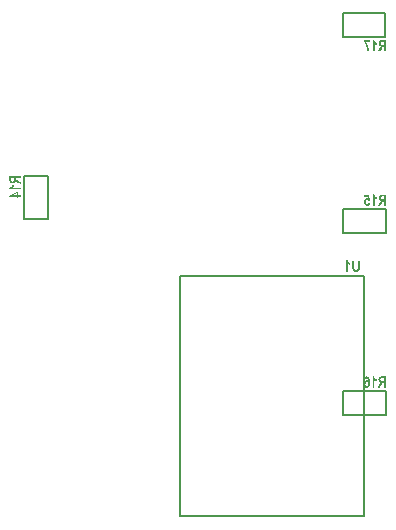
<source format=gbo>
G04*
G04 #@! TF.GenerationSoftware,Altium Limited,Altium Designer,22.7.1 (60)*
G04*
G04 Layer_Color=32896*
%FSLAX43Y43*%
%MOMM*%
G71*
G04*
G04 #@! TF.SameCoordinates,BA50D012-4F98-4CAA-8EAC-1F94F0521628*
G04*
G04*
G04 #@! TF.FilePolarity,Positive*
G04*
G01*
G75*
%ADD10C,0.200*%
%ADD11C,0.150*%
G36*
X47670Y40950D02*
X47684Y40922D01*
X47699Y40896D01*
X47715Y40875D01*
X47729Y40857D01*
X47740Y40843D01*
X47749Y40834D01*
X47750Y40833D01*
X47752Y40831D01*
X47777Y40809D01*
X47801Y40790D01*
X47822Y40775D01*
X47842Y40762D01*
X47859Y40754D01*
X47870Y40747D01*
X47879Y40744D01*
X47880Y40743D01*
X47881D01*
Y40576D01*
X47842Y40595D01*
X47804Y40616D01*
X47771Y40640D01*
X47743Y40662D01*
X47731Y40672D01*
X47719Y40682D01*
X47709Y40692D01*
X47702Y40699D01*
X47695Y40706D01*
X47691Y40710D01*
X47688Y40713D01*
X47687Y40714D01*
Y40025D01*
X47536D01*
Y40981D01*
X47659D01*
X47670Y40950D01*
D02*
G37*
G36*
X48675Y40025D02*
X48517D01*
Y40423D01*
X48466D01*
X48451Y40421D01*
X48437Y40420D01*
X48425Y40417D01*
X48417Y40415D01*
X48411Y40413D01*
X48409Y40411D01*
X48407D01*
X48397Y40407D01*
X48389Y40400D01*
X48375Y40387D01*
X48369Y40382D01*
X48365Y40376D01*
X48362Y40373D01*
X48361Y40372D01*
X48356Y40366D01*
X48351Y40358D01*
X48344Y40349D01*
X48338Y40339D01*
X48324Y40315D01*
X48310Y40291D01*
X48297Y40269D01*
X48292Y40259D01*
X48286Y40251D01*
X48282Y40243D01*
X48279Y40238D01*
X48276Y40234D01*
Y40232D01*
X48163Y40025D01*
X47973D01*
X48069Y40210D01*
X48079Y40229D01*
X48089Y40249D01*
X48098Y40266D01*
X48107Y40282D01*
X48115Y40296D01*
X48122Y40308D01*
X48135Y40329D01*
X48145Y40345D01*
X48153Y40356D01*
X48158Y40363D01*
X48159Y40365D01*
X48172Y40380D01*
X48186Y40396D01*
X48200Y40410D01*
X48213Y40421D01*
X48224Y40431D01*
X48234Y40438D01*
X48239Y40444D01*
X48242Y40445D01*
X48207Y40454D01*
X48177Y40465D01*
X48151Y40479D01*
X48129Y40494D01*
X48113Y40507D01*
X48100Y40518D01*
X48093Y40527D01*
X48090Y40528D01*
Y40530D01*
X48072Y40558D01*
X48058Y40587D01*
X48048Y40617D01*
X48042Y40645D01*
X48038Y40671D01*
X48036Y40682D01*
Y40692D01*
X48035Y40699D01*
Y40706D01*
Y40709D01*
Y40710D01*
X48036Y40743D01*
X48041Y40771D01*
X48046Y40798D01*
X48052Y40820D01*
X48059Y40837D01*
X48065Y40851D01*
X48069Y40860D01*
X48070Y40862D01*
X48084Y40885D01*
X48100Y40903D01*
X48114Y40919D01*
X48128Y40930D01*
X48141Y40940D01*
X48151Y40947D01*
X48158Y40950D01*
X48160Y40951D01*
X48172Y40955D01*
X48184Y40960D01*
X48213Y40967D01*
X48242Y40971D01*
X48272Y40975D01*
X48299Y40977D01*
X48311D01*
X48321Y40978D01*
X48675D01*
Y40025D01*
D02*
G37*
G36*
X47313Y40796D02*
X46973D01*
X47012Y40734D01*
X47044Y40669D01*
X47074Y40609D01*
X47086Y40579D01*
X47098Y40552D01*
X47107Y40525D01*
X47117Y40503D01*
X47124Y40482D01*
X47131Y40463D01*
X47136Y40449D01*
X47140Y40438D01*
X47141Y40432D01*
X47143Y40430D01*
X47164Y40355D01*
X47179Y40282D01*
X47185Y40246D01*
X47191Y40212D01*
X47195Y40181D01*
X47199Y40152D01*
X47202Y40125D01*
X47205Y40100D01*
X47206Y40079D01*
X47208Y40060D01*
Y40045D01*
X47209Y40033D01*
Y40028D01*
Y40025D01*
X47065D01*
X47064Y40074D01*
X47059Y40125D01*
X47054Y40174D01*
X47051Y40197D01*
X47047Y40220D01*
X47044Y40239D01*
X47041Y40258D01*
X47038Y40275D01*
X47036Y40289D01*
X47033Y40300D01*
X47031Y40308D01*
X47030Y40314D01*
Y40315D01*
X47016Y40375D01*
X46999Y40430D01*
X46990Y40456D01*
X46983Y40482D01*
X46975Y40504D01*
X46966Y40525D01*
X46959Y40545D01*
X46952Y40564D01*
X46945Y40579D01*
X46941Y40592D01*
X46935Y40602D01*
X46933Y40610D01*
X46930Y40614D01*
Y40616D01*
X46917Y40641D01*
X46906Y40665D01*
X46893Y40688D01*
X46882Y40709D01*
X46871Y40727D01*
X46861Y40745D01*
X46851Y40761D01*
X46841Y40776D01*
X46833Y40789D01*
X46825Y40800D01*
X46818Y40809D01*
X46813Y40817D01*
X46807Y40823D01*
X46804Y40829D01*
X46802Y40830D01*
Y40831D01*
Y40965D01*
X47313D01*
Y40796D01*
D02*
G37*
G36*
X47645Y12475D02*
X47659Y12447D01*
X47674Y12421D01*
X47690Y12400D01*
X47704Y12382D01*
X47715Y12368D01*
X47724Y12359D01*
X47725Y12358D01*
X47727Y12356D01*
X47752Y12334D01*
X47776Y12315D01*
X47797Y12300D01*
X47817Y12287D01*
X47834Y12279D01*
X47845Y12272D01*
X47854Y12269D01*
X47855Y12268D01*
X47856D01*
Y12101D01*
X47817Y12120D01*
X47779Y12141D01*
X47746Y12165D01*
X47718Y12187D01*
X47706Y12197D01*
X47694Y12207D01*
X47684Y12217D01*
X47677Y12224D01*
X47670Y12231D01*
X47666Y12235D01*
X47663Y12238D01*
X47662Y12239D01*
Y11550D01*
X47511D01*
Y12506D01*
X47634D01*
X47645Y12475D01*
D02*
G37*
G36*
X47026Y12504D02*
X47049Y12502D01*
X47068Y12495D01*
X47088Y12487D01*
X47123Y12469D01*
X47139Y12459D01*
X47153Y12448D01*
X47166Y12437D01*
X47177Y12427D01*
X47187Y12417D01*
X47195Y12409D01*
X47201Y12401D01*
X47205Y12396D01*
X47208Y12392D01*
X47209Y12390D01*
X47223Y12368D01*
X47235Y12341D01*
X47246Y12313D01*
X47254Y12283D01*
X47268Y12221D01*
X47278Y12159D01*
X47281Y12129D01*
X47284Y12103D01*
X47285Y12079D01*
X47287Y12056D01*
X47288Y12039D01*
Y12025D01*
Y12017D01*
Y12015D01*
Y12014D01*
X47287Y11967D01*
X47285Y11924D01*
X47281Y11884D01*
X47277Y11847D01*
X47270Y11814D01*
X47264Y11784D01*
X47257Y11756D01*
X47250Y11732D01*
X47243Y11711D01*
X47236Y11694D01*
X47229Y11678D01*
X47223Y11666D01*
X47219Y11657D01*
X47215Y11650D01*
X47214Y11646D01*
X47212Y11644D01*
X47197Y11625D01*
X47181Y11608D01*
X47166Y11594D01*
X47149Y11581D01*
X47133Y11570D01*
X47116Y11561D01*
X47101Y11554D01*
X47085Y11549D01*
X47058Y11540D01*
X47047Y11537D01*
X47037Y11536D01*
X47029D01*
X47023Y11534D01*
X47018D01*
X46998Y11536D01*
X46979Y11539D01*
X46961Y11543D01*
X46944Y11547D01*
X46913Y11561D01*
X46888Y11577D01*
X46867Y11592D01*
X46858Y11599D01*
X46851Y11606D01*
X46846Y11611D01*
X46841Y11615D01*
X46840Y11618D01*
X46839Y11619D01*
X46826Y11636D01*
X46815Y11654D01*
X46805Y11673D01*
X46796Y11692D01*
X46784Y11732D01*
X46774Y11769D01*
X46771Y11787D01*
X46769Y11802D01*
X46768Y11818D01*
X46767Y11831D01*
X46765Y11840D01*
Y11847D01*
Y11853D01*
Y11854D01*
X46767Y11880D01*
X46768Y11905D01*
X46771Y11928D01*
X46777Y11950D01*
X46781Y11970D01*
X46786Y11988D01*
X46793Y12005D01*
X46799Y12021D01*
X46806Y12035D01*
X46812Y12048D01*
X46819Y12057D01*
X46823Y12066D01*
X46827Y12073D01*
X46831Y12077D01*
X46833Y12080D01*
X46834Y12081D01*
X46847Y12097D01*
X46861Y12110D01*
X46874Y12121D01*
X46888Y12131D01*
X46901Y12139D01*
X46915Y12146D01*
X46939Y12156D01*
X46961Y12163D01*
X46970Y12165D01*
X46978Y12166D01*
X46985Y12167D01*
X46994D01*
X47009Y12166D01*
X47023Y12165D01*
X47037Y12160D01*
X47049Y12158D01*
X47057Y12153D01*
X47065Y12149D01*
X47070Y12148D01*
X47071Y12146D01*
X47084Y12138D01*
X47095Y12128D01*
X47105Y12118D01*
X47115Y12108D01*
X47122Y12100D01*
X47128Y12093D01*
X47132Y12087D01*
X47133Y12086D01*
X47132Y12115D01*
X47129Y12142D01*
X47126Y12166D01*
X47123Y12187D01*
X47120Y12207D01*
X47116Y12225D01*
X47113Y12241D01*
X47109Y12255D01*
X47106Y12266D01*
X47104Y12276D01*
X47099Y12284D01*
X47098Y12290D01*
X47095Y12296D01*
X47094Y12299D01*
X47092Y12301D01*
X47080Y12320D01*
X47065Y12332D01*
X47053Y12342D01*
X47040Y12348D01*
X47029Y12352D01*
X47020Y12354D01*
X47013Y12355D01*
X47012D01*
X46999Y12354D01*
X46987Y12351D01*
X46977Y12345D01*
X46967Y12338D01*
X46951Y12321D01*
X46941Y12303D01*
X46933Y12283D01*
X46929Y12266D01*
X46927Y12259D01*
X46926Y12253D01*
Y12251D01*
Y12249D01*
X46781Y12269D01*
X46789Y12311D01*
X46799Y12346D01*
X46812Y12377D01*
X46824Y12403D01*
X46837Y12421D01*
X46847Y12435D01*
X46854Y12444D01*
X46857Y12447D01*
X46879Y12466D01*
X46905Y12480D01*
X46929Y12492D01*
X46953Y12499D01*
X46972Y12503D01*
X46989Y12504D01*
X46995Y12506D01*
X47003D01*
X47026Y12504D01*
D02*
G37*
G36*
X48650Y11550D02*
X48492D01*
Y11948D01*
X48441D01*
X48426Y11946D01*
X48412Y11945D01*
X48400Y11942D01*
X48392Y11940D01*
X48386Y11938D01*
X48384Y11936D01*
X48382D01*
X48372Y11932D01*
X48364Y11925D01*
X48350Y11912D01*
X48344Y11907D01*
X48340Y11901D01*
X48337Y11898D01*
X48336Y11897D01*
X48331Y11891D01*
X48326Y11883D01*
X48319Y11874D01*
X48313Y11864D01*
X48299Y11840D01*
X48285Y11816D01*
X48272Y11794D01*
X48267Y11784D01*
X48261Y11776D01*
X48257Y11769D01*
X48254Y11763D01*
X48251Y11759D01*
Y11757D01*
X48138Y11550D01*
X47948D01*
X48044Y11735D01*
X48054Y11754D01*
X48064Y11774D01*
X48073Y11791D01*
X48082Y11807D01*
X48090Y11821D01*
X48097Y11833D01*
X48110Y11854D01*
X48120Y11870D01*
X48128Y11881D01*
X48133Y11888D01*
X48134Y11890D01*
X48147Y11905D01*
X48161Y11921D01*
X48175Y11935D01*
X48188Y11946D01*
X48199Y11956D01*
X48209Y11963D01*
X48214Y11969D01*
X48217Y11970D01*
X48182Y11979D01*
X48152Y11990D01*
X48126Y12004D01*
X48104Y12019D01*
X48088Y12032D01*
X48075Y12043D01*
X48068Y12052D01*
X48065Y12053D01*
Y12055D01*
X48047Y12083D01*
X48033Y12112D01*
X48023Y12142D01*
X48017Y12170D01*
X48013Y12196D01*
X48011Y12207D01*
Y12217D01*
X48010Y12224D01*
Y12231D01*
Y12234D01*
Y12235D01*
X48011Y12268D01*
X48016Y12296D01*
X48021Y12323D01*
X48027Y12345D01*
X48034Y12362D01*
X48040Y12376D01*
X48044Y12385D01*
X48045Y12387D01*
X48059Y12410D01*
X48075Y12428D01*
X48089Y12444D01*
X48103Y12455D01*
X48116Y12465D01*
X48126Y12472D01*
X48133Y12475D01*
X48135Y12476D01*
X48147Y12480D01*
X48159Y12485D01*
X48188Y12492D01*
X48217Y12496D01*
X48247Y12500D01*
X48274Y12502D01*
X48286D01*
X48296Y12503D01*
X48650D01*
Y11550D01*
D02*
G37*
G36*
X47293Y27394D02*
X47172Y27373D01*
X47162Y27386D01*
X47153Y27395D01*
X47143Y27405D01*
X47133Y27412D01*
X47113Y27425D01*
X47095Y27434D01*
X47079Y27438D01*
X47068Y27441D01*
X47059Y27442D01*
X47057D01*
X47038Y27441D01*
X47023Y27435D01*
X47007Y27428D01*
X46996Y27421D01*
X46986Y27412D01*
X46979Y27405D01*
X46975Y27400D01*
X46973Y27398D01*
X46962Y27380D01*
X46954Y27360D01*
X46948Y27338D01*
X46944Y27317D01*
X46941Y27297D01*
X46940Y27281D01*
Y27274D01*
Y27270D01*
Y27267D01*
Y27266D01*
X46941Y27233D01*
X46945Y27204D01*
X46951Y27180D01*
X46957Y27160D01*
X46962Y27146D01*
X46968Y27135D01*
X46972Y27129D01*
X46973Y27126D01*
X46986Y27111D01*
X46999Y27101D01*
X47013Y27092D01*
X47026Y27087D01*
X47036Y27084D01*
X47044Y27083D01*
X47051Y27081D01*
X47052D01*
X47067Y27083D01*
X47079Y27087D01*
X47092Y27092D01*
X47102Y27099D01*
X47110Y27105D01*
X47117Y27111D01*
X47122Y27115D01*
X47123Y27116D01*
X47134Y27130D01*
X47143Y27147D01*
X47150Y27163D01*
X47154Y27178D01*
X47157Y27192D01*
X47160Y27205D01*
X47161Y27212D01*
Y27215D01*
X47310Y27195D01*
X47303Y27152D01*
X47298Y27130D01*
X47292Y27112D01*
X47285Y27095D01*
X47278Y27080D01*
X47271Y27064D01*
X47264Y27052D01*
X47257Y27040D01*
X47250Y27030D01*
X47244Y27022D01*
X47239Y27015D01*
X47234Y27009D01*
X47230Y27005D01*
X47229Y27004D01*
X47227Y27002D01*
X47213Y26991D01*
X47199Y26980D01*
X47171Y26963D01*
X47141Y26951D01*
X47114Y26943D01*
X47090Y26939D01*
X47079Y26936D01*
X47071D01*
X47064Y26934D01*
X47054D01*
X47030Y26936D01*
X47009Y26939D01*
X46988Y26944D01*
X46969Y26951D01*
X46951Y26958D01*
X46935Y26967D01*
X46920Y26977D01*
X46907Y26987D01*
X46896Y26997D01*
X46885Y27006D01*
X46876Y27015D01*
X46869Y27022D01*
X46864Y27029D01*
X46859Y27035D01*
X46858Y27037D01*
X46856Y27039D01*
X46844Y27059D01*
X46833Y27080D01*
X46824Y27099D01*
X46816Y27119D01*
X46803Y27159D01*
X46794Y27194D01*
X46792Y27211D01*
X46790Y27225D01*
X46787Y27238D01*
Y27249D01*
X46786Y27257D01*
Y27264D01*
Y27269D01*
Y27270D01*
X46787Y27298D01*
X46789Y27325D01*
X46793Y27349D01*
X46799Y27373D01*
X46804Y27394D01*
X46811Y27415D01*
X46820Y27434D01*
X46827Y27450D01*
X46834Y27465D01*
X46842Y27477D01*
X46849Y27489D01*
X46855Y27498D01*
X46861Y27505D01*
X46864Y27511D01*
X46866Y27514D01*
X46868Y27515D01*
X46880Y27528D01*
X46893Y27539D01*
X46906Y27549D01*
X46920Y27558D01*
X46947Y27570D01*
X46971Y27580D01*
X46993Y27584D01*
X47002Y27586D01*
X47010Y27587D01*
X47017Y27589D01*
X47026D01*
X47045Y27587D01*
X47064Y27583D01*
X47081Y27579D01*
X47096Y27573D01*
X47110Y27566D01*
X47120Y27562D01*
X47126Y27558D01*
X47129Y27556D01*
X47103Y27720D01*
X46821D01*
Y27890D01*
X47217D01*
X47293Y27394D01*
D02*
G37*
G36*
X47670Y27875D02*
X47684Y27847D01*
X47699Y27821D01*
X47715Y27800D01*
X47729Y27782D01*
X47740Y27768D01*
X47749Y27759D01*
X47750Y27758D01*
X47752Y27756D01*
X47777Y27734D01*
X47801Y27715D01*
X47822Y27700D01*
X47842Y27687D01*
X47859Y27679D01*
X47870Y27672D01*
X47879Y27669D01*
X47880Y27668D01*
X47881D01*
Y27501D01*
X47842Y27520D01*
X47804Y27541D01*
X47771Y27565D01*
X47743Y27587D01*
X47730Y27597D01*
X47719Y27607D01*
X47709Y27617D01*
X47702Y27624D01*
X47695Y27631D01*
X47691Y27635D01*
X47688Y27638D01*
X47687Y27639D01*
Y26950D01*
X47536D01*
Y27906D01*
X47659D01*
X47670Y27875D01*
D02*
G37*
G36*
X48675Y26950D02*
X48517D01*
Y27348D01*
X48466D01*
X48451Y27346D01*
X48437Y27345D01*
X48425Y27342D01*
X48417Y27340D01*
X48411Y27338D01*
X48409Y27336D01*
X48407D01*
X48397Y27332D01*
X48389Y27325D01*
X48375Y27312D01*
X48369Y27307D01*
X48365Y27301D01*
X48362Y27298D01*
X48361Y27297D01*
X48356Y27291D01*
X48351Y27283D01*
X48344Y27274D01*
X48338Y27264D01*
X48324Y27240D01*
X48310Y27216D01*
X48297Y27194D01*
X48292Y27184D01*
X48286Y27176D01*
X48282Y27169D01*
X48279Y27163D01*
X48276Y27159D01*
Y27157D01*
X48163Y26950D01*
X47973D01*
X48069Y27135D01*
X48079Y27154D01*
X48089Y27174D01*
X48098Y27191D01*
X48107Y27207D01*
X48115Y27221D01*
X48122Y27233D01*
X48135Y27254D01*
X48145Y27270D01*
X48153Y27281D01*
X48158Y27288D01*
X48159Y27290D01*
X48172Y27305D01*
X48186Y27321D01*
X48200Y27335D01*
X48213Y27346D01*
X48224Y27356D01*
X48234Y27363D01*
X48239Y27369D01*
X48242Y27370D01*
X48207Y27379D01*
X48177Y27390D01*
X48151Y27404D01*
X48129Y27419D01*
X48113Y27432D01*
X48100Y27443D01*
X48093Y27452D01*
X48090Y27453D01*
Y27455D01*
X48072Y27483D01*
X48058Y27512D01*
X48048Y27542D01*
X48042Y27570D01*
X48038Y27596D01*
X48036Y27607D01*
Y27617D01*
X48035Y27624D01*
Y27631D01*
Y27634D01*
Y27635D01*
X48036Y27668D01*
X48041Y27696D01*
X48046Y27723D01*
X48052Y27745D01*
X48059Y27762D01*
X48065Y27776D01*
X48069Y27785D01*
X48070Y27787D01*
X48084Y27810D01*
X48100Y27828D01*
X48114Y27844D01*
X48128Y27855D01*
X48141Y27865D01*
X48151Y27872D01*
X48158Y27875D01*
X48160Y27876D01*
X48172Y27880D01*
X48184Y27885D01*
X48213Y27892D01*
X48242Y27896D01*
X48272Y27900D01*
X48299Y27902D01*
X48311D01*
X48321Y27903D01*
X48675D01*
Y26950D01*
D02*
G37*
G36*
X17725Y29317D02*
X17327D01*
Y29266D01*
X17329Y29251D01*
X17330Y29237D01*
X17333Y29225D01*
X17334Y29217D01*
X17337Y29211D01*
X17339Y29209D01*
Y29207D01*
X17343Y29197D01*
X17350Y29189D01*
X17363Y29175D01*
X17368Y29169D01*
X17374Y29165D01*
X17377Y29162D01*
X17378Y29161D01*
X17384Y29156D01*
X17392Y29151D01*
X17401Y29144D01*
X17411Y29138D01*
X17435Y29124D01*
X17459Y29110D01*
X17481Y29097D01*
X17491Y29092D01*
X17499Y29086D01*
X17506Y29082D01*
X17512Y29079D01*
X17516Y29076D01*
X17518D01*
X17725Y28963D01*
Y28773D01*
X17540Y28869D01*
X17521Y28879D01*
X17501Y28889D01*
X17484Y28898D01*
X17468Y28907D01*
X17454Y28915D01*
X17442Y28922D01*
X17420Y28935D01*
X17405Y28945D01*
X17394Y28953D01*
X17387Y28958D01*
X17385Y28959D01*
X17370Y28972D01*
X17354Y28986D01*
X17340Y29000D01*
X17329Y29013D01*
X17319Y29024D01*
X17312Y29034D01*
X17306Y29039D01*
X17305Y29042D01*
X17296Y29007D01*
X17285Y28977D01*
X17271Y28951D01*
X17256Y28929D01*
X17243Y28913D01*
X17232Y28900D01*
X17223Y28893D01*
X17222Y28890D01*
X17220D01*
X17192Y28872D01*
X17162Y28858D01*
X17133Y28848D01*
X17105Y28842D01*
X17079Y28838D01*
X17068Y28836D01*
X17058D01*
X17051Y28835D01*
X17044D01*
X17041D01*
X17040D01*
X17007Y28836D01*
X16979Y28841D01*
X16952Y28846D01*
X16930Y28852D01*
X16913Y28859D01*
X16899Y28865D01*
X16890Y28869D01*
X16888Y28870D01*
X16865Y28884D01*
X16847Y28900D01*
X16831Y28914D01*
X16820Y28928D01*
X16810Y28941D01*
X16803Y28951D01*
X16800Y28958D01*
X16799Y28960D01*
X16795Y28972D01*
X16790Y28984D01*
X16783Y29013D01*
X16779Y29042D01*
X16775Y29072D01*
X16773Y29099D01*
Y29111D01*
X16772Y29121D01*
Y29475D01*
X17725D01*
Y29317D01*
D02*
G37*
G36*
X17155Y28642D02*
X17134Y28604D01*
X17110Y28571D01*
X17088Y28543D01*
X17078Y28531D01*
X17068Y28519D01*
X17058Y28509D01*
X17051Y28502D01*
X17044Y28495D01*
X17040Y28491D01*
X17037Y28488D01*
X17036Y28487D01*
X17725D01*
Y28336D01*
X16769D01*
Y28459D01*
X16800Y28470D01*
X16828Y28484D01*
X16854Y28499D01*
X16875Y28515D01*
X16893Y28529D01*
X16907Y28540D01*
X16916Y28549D01*
X16917Y28550D01*
X16919Y28552D01*
X16941Y28577D01*
X16959Y28601D01*
X16975Y28622D01*
X16988Y28642D01*
X16996Y28659D01*
X17003Y28670D01*
X17006Y28679D01*
X17007Y28680D01*
Y28681D01*
X17174D01*
X17155Y28642D01*
D02*
G37*
G36*
X17533Y27820D02*
X17725D01*
Y27675D01*
X17533D01*
Y27578D01*
X17373D01*
Y27675D01*
X16769D01*
Y27802D01*
X17374Y28140D01*
X17533D01*
Y27820D01*
D02*
G37*
G36*
X45417Y22285D02*
X45431Y22257D01*
X45447Y22231D01*
X45462Y22210D01*
X45476Y22192D01*
X45488Y22178D01*
X45496Y22169D01*
X45497Y22168D01*
X45499Y22167D01*
X45524Y22144D01*
X45548Y22126D01*
X45569Y22110D01*
X45589Y22097D01*
X45606Y22089D01*
X45617Y22082D01*
X45626Y22079D01*
X45627Y22078D01*
X45629D01*
Y21911D01*
X45589Y21930D01*
X45551Y21951D01*
X45519Y21975D01*
X45490Y21997D01*
X45478Y22007D01*
X45466Y22017D01*
X45457Y22027D01*
X45449Y22034D01*
X45442Y22041D01*
X45438Y22045D01*
X45435Y22048D01*
X45434Y22050D01*
Y21360D01*
X45283D01*
Y22316D01*
X45406D01*
X45417Y22285D01*
D02*
G37*
G36*
X46425Y21804D02*
Y21766D01*
X46424Y21731D01*
X46422Y21698D01*
X46421Y21669D01*
X46418Y21642D01*
X46415Y21618D01*
X46412Y21597D01*
X46409Y21577D01*
X46408Y21562D01*
X46405Y21548D01*
X46402Y21536D01*
X46400Y21527D01*
X46398Y21519D01*
X46397Y21515D01*
X46395Y21512D01*
Y21511D01*
X46383Y21483D01*
X46367Y21459D01*
X46350Y21438D01*
X46333Y21421D01*
X46319Y21407D01*
X46307Y21397D01*
X46298Y21390D01*
X46297Y21388D01*
X46295D01*
X46267Y21374D01*
X46236Y21363D01*
X46204Y21356D01*
X46174Y21350D01*
X46146Y21347D01*
X46135Y21346D01*
X46123D01*
X46115Y21345D01*
X46104D01*
X46061Y21347D01*
X46025Y21353D01*
X45992Y21362D01*
X45965Y21371D01*
X45954Y21376D01*
X45943Y21380D01*
X45934Y21384D01*
X45927Y21388D01*
X45922Y21393D01*
X45918Y21394D01*
X45916Y21397D01*
X45915D01*
X45889Y21418D01*
X45870Y21441D01*
X45854Y21464D01*
X45841Y21486D01*
X45832Y21505D01*
X45826Y21521D01*
X45824Y21527D01*
X45823Y21531D01*
X45822Y21534D01*
Y21535D01*
X45817Y21552D01*
X45815Y21572D01*
X45812Y21593D01*
X45809Y21615D01*
X45806Y21660D01*
X45803Y21706D01*
X45802Y21728D01*
Y21748D01*
X45800Y21766D01*
Y21782D01*
Y21794D01*
Y21804D01*
Y21810D01*
Y21813D01*
Y22313D01*
X45958D01*
Y21786D01*
Y21761D01*
Y21737D01*
X45960Y21715D01*
X45961Y21697D01*
Y21680D01*
X45963Y21665D01*
X45964Y21651D01*
X45965Y21639D01*
X45967Y21629D01*
X45968Y21621D01*
X45970Y21614D01*
Y21608D01*
X45972Y21603D01*
Y21600D01*
X45978Y21584D01*
X45985Y21572D01*
X45992Y21560D01*
X46001Y21550D01*
X46008Y21543D01*
X46013Y21538D01*
X46018Y21535D01*
X46019Y21534D01*
X46033Y21525D01*
X46047Y21519D01*
X46061Y21515D01*
X46075Y21512D01*
X46088Y21511D01*
X46098Y21510D01*
X46108D01*
X46130Y21511D01*
X46152Y21515D01*
X46170Y21521D01*
X46184Y21527D01*
X46197Y21532D01*
X46205Y21538D01*
X46211Y21542D01*
X46212Y21543D01*
X46226Y21558D01*
X46236Y21573D01*
X46245Y21589D01*
X46252Y21605D01*
X46256Y21620D01*
X46259Y21631D01*
X46261Y21638D01*
Y21641D01*
X46263Y21649D01*
Y21658D01*
X46264Y21680D01*
X46266Y21707D01*
Y21732D01*
X46267Y21758D01*
Y21769D01*
Y21777D01*
Y21786D01*
Y21792D01*
Y21796D01*
Y21797D01*
Y22313D01*
X46425D01*
Y21804D01*
D02*
G37*
%LPC*%
G36*
X48517Y40817D02*
X48359D01*
X48344Y40816D01*
X48318D01*
X48307Y40814D01*
X48299D01*
X48290Y40813D01*
X48279Y40812D01*
X48272Y40810D01*
X48268Y40809D01*
X48266D01*
X48255Y40805D01*
X48245Y40799D01*
X48237Y40792D01*
X48230Y40786D01*
X48224Y40781D01*
X48220Y40775D01*
X48218Y40772D01*
X48217Y40771D01*
X48211Y40759D01*
X48206Y40748D01*
X48201Y40724D01*
X48200Y40713D01*
X48199Y40704D01*
Y40699D01*
Y40697D01*
X48200Y40681D01*
X48201Y40666D01*
X48204Y40652D01*
X48207Y40642D01*
X48211Y40633D01*
X48214Y40627D01*
X48215Y40623D01*
X48217Y40621D01*
X48224Y40611D01*
X48232Y40603D01*
X48239Y40597D01*
X48248Y40592D01*
X48255Y40587D01*
X48259Y40585D01*
X48263Y40583D01*
X48265D01*
X48272Y40582D01*
X48279Y40580D01*
X48299Y40579D01*
X48321Y40576D01*
X48344D01*
X48366Y40575D01*
X48517D01*
Y40817D01*
D02*
G37*
G36*
X47023Y12032D02*
X47016D01*
X47001Y12031D01*
X46987Y12025D01*
X46974Y12018D01*
X46963Y12011D01*
X46954Y12003D01*
X46948Y11995D01*
X46944Y11990D01*
X46943Y11988D01*
X46933Y11970D01*
X46925Y11950D01*
X46919Y11928D01*
X46916Y11905D01*
X46913Y11886D01*
X46912Y11870D01*
Y11863D01*
Y11859D01*
Y11856D01*
Y11854D01*
X46913Y11823D01*
X46916Y11797D01*
X46920Y11774D01*
X46926Y11756D01*
X46932Y11742D01*
X46936Y11732D01*
X46939Y11726D01*
X46940Y11725D01*
X46951Y11712D01*
X46963Y11702D01*
X46974Y11697D01*
X46985Y11691D01*
X46995Y11688D01*
X47002Y11687D01*
X47009D01*
X47025Y11688D01*
X47040Y11694D01*
X47053Y11701D01*
X47064Y11711D01*
X47074Y11719D01*
X47081Y11726D01*
X47085Y11732D01*
X47087Y11733D01*
X47098Y11753D01*
X47105Y11776D01*
X47111Y11798D01*
X47115Y11819D01*
X47118Y11839D01*
X47119Y11856D01*
Y11862D01*
Y11866D01*
Y11869D01*
Y11870D01*
X47118Y11898D01*
X47115Y11924D01*
X47109Y11943D01*
X47104Y11960D01*
X47099Y11974D01*
X47094Y11984D01*
X47091Y11990D01*
X47089Y11991D01*
X47078Y12005D01*
X47065Y12015D01*
X47053Y12022D01*
X47042Y12026D01*
X47032Y12031D01*
X47023Y12032D01*
D02*
G37*
G36*
X48492Y12342D02*
X48334D01*
X48319Y12341D01*
X48293D01*
X48282Y12339D01*
X48274D01*
X48265Y12338D01*
X48254Y12337D01*
X48247Y12335D01*
X48243Y12334D01*
X48241D01*
X48230Y12330D01*
X48220Y12324D01*
X48212Y12317D01*
X48205Y12311D01*
X48199Y12306D01*
X48195Y12300D01*
X48193Y12297D01*
X48192Y12296D01*
X48186Y12284D01*
X48181Y12273D01*
X48176Y12249D01*
X48175Y12238D01*
X48174Y12229D01*
Y12224D01*
Y12222D01*
X48175Y12206D01*
X48176Y12191D01*
X48179Y12177D01*
X48182Y12167D01*
X48186Y12158D01*
X48189Y12152D01*
X48190Y12148D01*
X48192Y12146D01*
X48199Y12136D01*
X48207Y12128D01*
X48214Y12122D01*
X48223Y12117D01*
X48230Y12112D01*
X48234Y12110D01*
X48238Y12108D01*
X48240D01*
X48247Y12107D01*
X48254Y12105D01*
X48274Y12104D01*
X48296Y12101D01*
X48319D01*
X48341Y12100D01*
X48492D01*
Y12342D01*
D02*
G37*
G36*
X48517Y27742D02*
X48359D01*
X48344Y27741D01*
X48318D01*
X48307Y27739D01*
X48299D01*
X48290Y27738D01*
X48279Y27737D01*
X48272Y27735D01*
X48268Y27734D01*
X48266D01*
X48255Y27730D01*
X48245Y27724D01*
X48237Y27717D01*
X48230Y27711D01*
X48224Y27706D01*
X48220Y27700D01*
X48218Y27697D01*
X48217Y27696D01*
X48211Y27684D01*
X48206Y27673D01*
X48201Y27649D01*
X48200Y27638D01*
X48199Y27629D01*
Y27624D01*
Y27622D01*
X48200Y27606D01*
X48201Y27591D01*
X48204Y27577D01*
X48207Y27567D01*
X48211Y27558D01*
X48214Y27552D01*
X48215Y27548D01*
X48217Y27546D01*
X48224Y27536D01*
X48232Y27528D01*
X48239Y27522D01*
X48248Y27517D01*
X48255Y27512D01*
X48259Y27510D01*
X48263Y27508D01*
X48265D01*
X48272Y27507D01*
X48279Y27505D01*
X48299Y27504D01*
X48321Y27501D01*
X48344D01*
X48366Y27500D01*
X48517D01*
Y27742D01*
D02*
G37*
G36*
X17175Y29317D02*
X16933D01*
Y29159D01*
X16934Y29144D01*
Y29118D01*
X16936Y29107D01*
Y29099D01*
X16937Y29090D01*
X16938Y29079D01*
X16940Y29072D01*
X16941Y29068D01*
Y29066D01*
X16945Y29055D01*
X16951Y29045D01*
X16958Y29037D01*
X16964Y29030D01*
X16969Y29024D01*
X16975Y29020D01*
X16978Y29018D01*
X16979Y29017D01*
X16990Y29011D01*
X17002Y29006D01*
X17026Y29001D01*
X17037Y29000D01*
X17045Y28999D01*
X17051D01*
X17053D01*
X17069Y29000D01*
X17084Y29001D01*
X17098Y29004D01*
X17108Y29007D01*
X17117Y29011D01*
X17123Y29014D01*
X17127Y29015D01*
X17129Y29017D01*
X17139Y29024D01*
X17147Y29032D01*
X17153Y29039D01*
X17158Y29048D01*
X17162Y29055D01*
X17165Y29059D01*
X17167Y29063D01*
Y29065D01*
X17168Y29072D01*
X17170Y29079D01*
X17171Y29099D01*
X17174Y29121D01*
Y29144D01*
X17175Y29166D01*
Y29317D01*
D02*
G37*
G36*
X17373Y28000D02*
X17048Y27820D01*
X17373D01*
Y28000D01*
D02*
G37*
%LPD*%
D10*
X44975Y43250D02*
X48600D01*
X44975Y41225D02*
X48600Y41225D01*
X48600Y43250D02*
X48600Y41225D01*
X44975Y41225D02*
X44975Y43250D01*
X45025Y11300D02*
X48650D01*
X45025Y9275D02*
X48650D01*
Y11300D01*
X45025Y9275D02*
Y11300D01*
X20025Y25850D02*
Y29475D01*
X18000Y25850D02*
Y29475D01*
Y25850D02*
X20025D01*
X18000Y29475D02*
X20025D01*
X45000Y26650D02*
X48625Y26650D01*
X45000Y24625D02*
X48625Y24625D01*
X48625Y26650D01*
X45000Y26650D02*
X45000Y24625D01*
D11*
X31225Y643D02*
X46825D01*
X31225D02*
Y21043D01*
X46825D01*
Y643D02*
Y21043D01*
M02*

</source>
